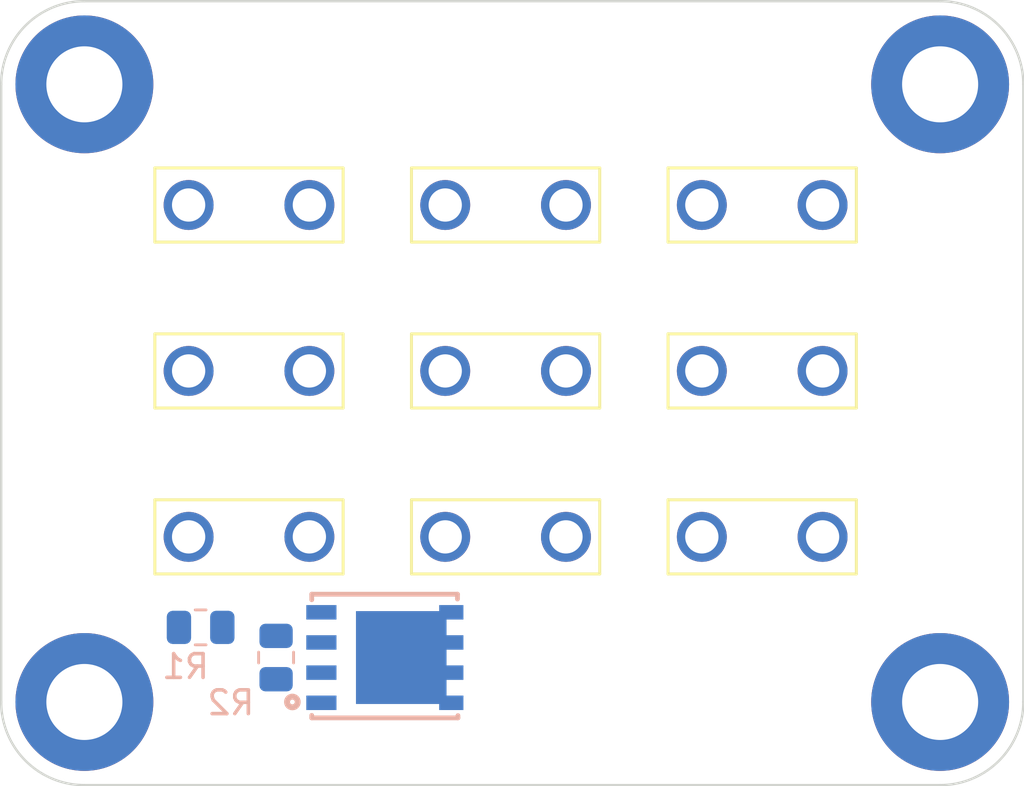
<source format=kicad_pcb>
(kicad_pcb (version 20221018) (generator pcbnew)
  (layers (0 "F.Cu" signal) (31 "B.Cu" signal) (34 "B.Paste" user) (35 "F.Paste" user) (36 "B.SilkS" user "B.Silkscreen") (37 "F.SilkS" user "F.Silkscreen") (38 "B.Mask" user) (39 "F.Mask" user) (44 "Edge.Cuts" user))
  (net 0 "")
  (net 1 "+12V")
  (net 2 "GND")
  (net 3 "GNDS")
  (net 4 "Net-(J9-Pad1)")
  (net 5 "Net-(Q1-Pad4)")
  (footprint "GeneralKicadLibrary:6_35mm_Kabelschuh" (layer "F.Cu") (at 34.925 33.08)
    (fp_text reference "J1" hide)
    (fp_text value "1217861-1" hide)
    (fp_line (start -3.96 -1.56) (end 3.96 -1.56) (stroke (width 0.127)) (layer "F.SilkS"))
    (fp_line (start -3.96 1.56) (end -3.96 -1.56) (stroke (width 0.127)) (layer "F.SilkS"))
    (fp_line (start 3.96 -1.56) (end 3.96 1.56) (stroke (width 0.127)) (layer "F.SilkS"))
    (fp_line (start 3.96 1.56) (end -3.96 1.56) (stroke (width 0.127)) (layer "F.SilkS"))
    (pad "1" thru_hole circle (at -2.54 0) (size 2.1 2.1) (drill 1.4) (layers "*.Cu" "*.Mask") (net 1 "+12V"))
    (pad "2" thru_hole circle (at 2.54 0) (size 2.1 2.1) (drill 1.4) (layers "*.Cu" "*.Mask") (net 1 "+12V"))
  )
  (footprint "GeneralKicadLibrary:6_35mm_Kabelschuh" (layer "F.Cu") (at 45.72 33.08)
    (fp_text reference "J7" hide)
    (fp_text value "1217861-1" hide)
    (fp_line (start -3.96 -1.56) (end 3.96 -1.56) (stroke (width 0.127)) (layer "F.SilkS"))
    (fp_line (start -3.96 1.56) (end -3.96 -1.56) (stroke (width 0.127)) (layer "F.SilkS"))
    (fp_line (start 3.96 -1.56) (end 3.96 1.56) (stroke (width 0.127)) (layer "F.SilkS"))
    (fp_line (start 3.96 1.56) (end -3.96 1.56) (stroke (width 0.127)) (layer "F.SilkS"))
    (pad "1" thru_hole circle (at -2.54 0) (size 2.1 2.1) (drill 1.4) (layers "*.Cu" "*.Mask") (net 2 "GND"))
    (pad "2" thru_hole circle (at 2.54 0) (size 2.1 2.1) (drill 1.4) (layers "*.Cu" "*.Mask") (net 2 "GND"))
  )
  (footprint "GeneralKicadLibrary:6_35mm_Kabelschuh" (layer "F.Cu") (at 56.515 47.05)
    (fp_text reference "J4" hide)
    (fp_text value "1217861-1" hide)
    (fp_line (start -3.96 -1.56) (end 3.96 -1.56) (stroke (width 0.127)) (layer "F.SilkS"))
    (fp_line (start -3.96 1.56) (end -3.96 -1.56) (stroke (width 0.127)) (layer "F.SilkS"))
    (fp_line (start 3.96 -1.56) (end 3.96 1.56) (stroke (width 0.127)) (layer "F.SilkS"))
    (fp_line (start 3.96 1.56) (end -3.96 1.56) (stroke (width 0.127)) (layer "F.SilkS"))
    (pad "1" thru_hole circle (at -2.54 0) (size 2.1 2.1) (drill 1.4) (layers "*.Cu" "*.Mask") (net 1 "+12V"))
    (pad "2" thru_hole circle (at 2.54 0) (size 2.1 2.1) (drill 1.4) (layers "*.Cu" "*.Mask") (net 1 "+12V"))
  )
  (footprint "GeneralKicadLibrary:6_35mm_Kabelschuh" (layer "F.Cu") (at 56.515 33.08)
    (fp_text reference "J3" hide)
    (fp_text value "1217861-1" hide)
    (fp_line (start -3.96 -1.56) (end 3.96 -1.56) (stroke (width 0.127)) (layer "F.SilkS"))
    (fp_line (start -3.96 1.56) (end -3.96 -1.56) (stroke (width 0.127)) (layer "F.SilkS"))
    (fp_line (start 3.96 -1.56) (end 3.96 1.56) (stroke (width 0.127)) (layer "F.SilkS"))
    (fp_line (start 3.96 1.56) (end -3.96 1.56) (stroke (width 0.127)) (layer "F.SilkS"))
    (pad "1" thru_hole circle (at -2.54 0) (size 2.1 2.1) (drill 1.4) (layers "*.Cu" "*.Mask") (net 1 "+12V"))
    (pad "2" thru_hole circle (at 2.54 0) (size 2.1 2.1) (drill 1.4) (layers "*.Cu" "*.Mask") (net 1 "+12V"))
  )
  (footprint "GeneralKicadLibrary:6_35mm_Kabelschuh" (layer "F.Cu") (at 45.72 40.065)
    (fp_text reference "J6" hide)
    (fp_text value "1217861-1" hide)
    (fp_line (start -3.96 -1.56) (end 3.96 -1.56) (stroke (width 0.127)) (layer "F.SilkS"))
    (fp_line (start -3.96 1.56) (end -3.96 -1.56) (stroke (width 0.127)) (layer "F.SilkS"))
    (fp_line (start 3.96 -1.56) (end 3.96 1.56) (stroke (width 0.127)) (layer "F.SilkS"))
    (fp_line (start 3.96 1.56) (end -3.96 1.56) (stroke (width 0.127)) (layer "F.SilkS"))
    (pad "1" thru_hole circle (at -2.54 0) (size 2.1 2.1) (drill 1.4) (layers "*.Cu" "*.Mask") (net 2 "GND"))
    (pad "2" thru_hole circle (at 2.54 0) (size 2.1 2.1) (drill 1.4) (layers "*.Cu" "*.Mask") (net 2 "GND"))
  )
  (footprint "GeneralKicadLibrary:6_35mm_Kabelschuh" (layer "F.Cu") (at 56.515 40.065)
    (fp_text reference "J2" hide)
    (fp_text value "1217861-1" hide)
    (fp_line (start -3.96 -1.56) (end 3.96 -1.56) (stroke (width 0.127)) (layer "F.SilkS"))
    (fp_line (start -3.96 1.56) (end -3.96 -1.56) (stroke (width 0.127)) (layer "F.SilkS"))
    (fp_line (start 3.96 -1.56) (end 3.96 1.56) (stroke (width 0.127)) (layer "F.SilkS"))
    (fp_line (start 3.96 1.56) (end -3.96 1.56) (stroke (width 0.127)) (layer "F.SilkS"))
    (pad "1" thru_hole circle (at -2.54 0) (size 2.1 2.1) (drill 1.4) (layers "*.Cu" "*.Mask") (net 1 "+12V"))
    (pad "2" thru_hole circle (at 2.54 0) (size 2.1 2.1) (drill 1.4) (layers "*.Cu" "*.Mask") (net 1 "+12V"))
  )
  (footprint "GeneralKicadLibrary:6_35mm_Kabelschuh" (layer "F.Cu") (at 34.925 40.065)
    (fp_text reference "J9" hide)
    (fp_text value "1217861-1" hide)
    (fp_line (start -3.96 -1.56) (end 3.96 -1.56) (stroke (width 0.127)) (layer "F.SilkS"))
    (fp_line (start -3.96 1.56) (end -3.96 -1.56) (stroke (width 0.127)) (layer "F.SilkS"))
    (fp_line (start 3.96 -1.56) (end 3.96 1.56) (stroke (width 0.127)) (layer "F.SilkS"))
    (fp_line (start 3.96 1.56) (end -3.96 1.56) (stroke (width 0.127)) (layer "F.SilkS"))
    (pad "1" thru_hole circle (at -2.54 0) (size 2.1 2.1) (drill 1.4) (layers "*.Cu" "*.Mask") (net 4 "Net-(J9-Pad1)"))
    (pad "2" thru_hole circle (at 2.54 0) (size 2.1 2.1) (drill 1.4) (layers "*.Cu" "*.Mask") (net 4 "Net-(J9-Pad1)"))
  )
  (footprint "GeneralKicadLibrary:6_35mm_Kabelschuh" (layer "F.Cu") (at 34.925 47.05)
    (fp_text reference "J8" hide)
    (fp_text value "1217861-1" hide)
    (fp_line (start -3.96 -1.56) (end 3.96 -1.56) (stroke (width 0.127)) (layer "F.SilkS"))
    (fp_line (start -3.96 1.56) (end -3.96 -1.56) (stroke (width 0.127)) (layer "F.SilkS"))
    (fp_line (start 3.96 -1.56) (end 3.96 1.56) (stroke (width 0.127)) (layer "F.SilkS"))
    (fp_line (start 3.96 1.56) (end -3.96 1.56) (stroke (width 0.127)) (layer "F.SilkS"))
    (pad "1" thru_hole circle (at -2.54 0) (size 2.1 2.1) (drill 1.4) (layers "*.Cu" "*.Mask") (net 3 "GNDS"))
    (pad "2" thru_hole circle (at 2.54 0) (size 2.1 2.1) (drill 1.4) (layers "*.Cu" "*.Mask") (net 3 "GNDS"))
  )
  (footprint "GeneralKicadLibrary:6_35mm_Kabelschuh" (layer "F.Cu") (at 45.72 47.05)
    (fp_text reference "J5" hide)
    (fp_text value "1217861-1" hide)
    (fp_line (start -3.96 -1.56) (end 3.96 -1.56) (stroke (width 0.127)) (layer "F.SilkS"))
    (fp_line (start -3.96 1.56) (end -3.96 -1.56) (stroke (width 0.127)) (layer "F.SilkS"))
    (fp_line (start 3.96 -1.56) (end 3.96 1.56) (stroke (width 0.127)) (layer "F.SilkS"))
    (fp_line (start 3.96 1.56) (end -3.96 1.56) (stroke (width 0.127)) (layer "F.SilkS"))
    (pad "1" thru_hole circle (at -2.54 0) (size 2.1 2.1) (drill 1.4) (layers "*.Cu" "*.Mask") (net 2 "GND"))
    (pad "2" thru_hole circle (at 2.54 0) (size 2.1 2.1) (drill 1.4) (layers "*.Cu" "*.Mask") (net 2 "GND"))
  )
  (footprint "Resistor_SMD:R_0805_2012Metric" (layer "B.Cu") (at 36.065 52.13 -90)
    (fp_text reference "R2" (at 1.905 1.905) (layer "B.SilkS") (effects (justify mirror)))
    (fp_text value "100k" hide)
    (fp_line (start -0.227064 -0.735) (end 0.227064 -0.735) (stroke (width 0.12)) (layer "B.SilkS"))
    (fp_line (start -0.227064 0.735) (end 0.227064 0.735) (stroke (width 0.12)) (layer "B.SilkS"))
    (pad "1" smd roundrect (at -0.9125 0 270) (size 1.025 1.4) (layers "B.Cu" "B.Paste" "B.Mask") (roundrect_rratio 0.243902) (net 5 "Net-(Q1-Pad4)"))
    (pad "2" smd roundrect (at 0.9125 0 270) (size 1.025 1.4) (layers "B.Cu" "B.Paste" "B.Mask") (roundrect_rratio 0.243902) (net 3 "GNDS"))
  )
  (footprint "GeneralKicadLibrary:PowerPAK-SO8" (layer "B.Cu") (at 40.64 52.13)
    (fp_text reference "Q1" hide)
    (fp_text value "SIRA80DP" hide)
    (fp_line (start -3.075 -2.667) (end 3.055 -2.667) (stroke (width 0.2)) (layer "B.SilkS"))
    (fp_line (start -3.075 -2.433) (end -3.075 -2.667) (stroke (width 0.2)) (layer "B.SilkS"))
    (fp_line (start -3.075 2.433) (end -3.075 2.54) (stroke (width 0.2)) (layer "B.SilkS"))
    (fp_line (start -3.075 2.54) (end 3.075 2.54) (stroke (width 0.2)) (layer "B.SilkS"))
    (fp_line (start 3.055 -2.667) (end 3.055 -2.463) (stroke (width 0.2)) (layer "B.SilkS"))
    (fp_line (start 3.075 2.54) (end 3.075 2.443) (stroke (width 0.2)) (layer "B.SilkS"))
    (fp_circle (center -3.89 1.87) (end -3.79 1.87) (stroke (width 0.25)) (fill none) (layer "B.SilkS"))
    (pad "1" smd rect (at -2.67 1.905) (size 1.27 0.61) (layers "B.Cu" "B.Paste" "B.Mask") (net 3 "GNDS"))
    (pad "2" smd rect (at -2.67 0.635) (size 1.27 0.61) (layers "B.Cu" "B.Paste" "B.Mask") (net 3 "GNDS"))
    (pad "3" smd rect (at -2.67 -0.635) (size 1.27 0.61) (layers "B.Cu" "B.Paste" "B.Mask") (net 3 "GNDS"))
    (pad "4" smd rect (at -2.67 -1.905) (size 1.27 0.61) (layers "B.Cu" "B.Paste" "B.Mask") (net 5 "Net-(Q1-Pad4)"))
    (pad "5" smd rect (at 2.795 -1.905) (size 1.02 0.61) (layers "B.Cu" "B.Paste" "B.Mask") (net 2 "GND"))
    (pad "6" smd rect (at 2.795 -0.635) (size 1.02 0.61) (layers "B.Cu" "B.Paste" "B.Mask") (net 2 "GND"))
    (pad "7" smd rect (at 2.795 0.635) (size 1.02 0.61) (layers "B.Cu" "B.Paste" "B.Mask") (net 2 "GND"))
    (pad "8" smd rect (at 2.795 1.905) (size 1.02 0.61) (layers "B.Cu" "B.Paste" "B.Mask") (net 2 "GND"))
    (pad "9" smd rect (at 0.69 0) (size 3.81 3.91) (layers "B.Cu" "B.Paste" "B.Mask") (net 2 "GND"))
  )
  (footprint "Resistor_SMD:R_0805_2012Metric" (layer "B.Cu") (at 32.89 50.86)
    (fp_text reference "R1" (at -0.635 1.65) (layer "B.SilkS") (effects (justify mirror)))
    (fp_text value "120R" hide)
    (fp_line (start -0.227064 -0.735) (end 0.227064 -0.735) (stroke (width 0.12)) (layer "B.SilkS"))
    (fp_line (start -0.227064 0.735) (end 0.227064 0.735) (stroke (width 0.12)) (layer "B.SilkS"))
    (pad "1" smd roundrect (at -0.9125 0) (size 1.025 1.4) (layers "B.Cu" "B.Paste" "B.Mask") (roundrect_rratio 0.243902) (net 4 "Net-(J9-Pad1)"))
    (pad "2" smd roundrect (at 0.9125 0) (size 1.025 1.4) (layers "B.Cu" "B.Paste" "B.Mask") (roundrect_rratio 0.243902) (net 5 "Net-(Q1-Pad4)"))
  )
  (gr_arc (start 67.5 54) (mid 66.474874 56.474874) (end 64 57.5) (stroke (width 0.1)) (layer "Edge.Cuts"))
  (gr_line (start 64 24.5) (end 28 24.5) (stroke (width 0.1)) (layer "Edge.Cuts"))
  (gr_arc (start 64 24.5) (mid 66.474874 25.525126) (end 67.5 28) (stroke (width 0.1)) (layer "Edge.Cuts"))
  (gr_arc (start 24.5 28) (mid 25.525126 25.525126) (end 28 24.5) (stroke (width 0.1)) (layer "Edge.Cuts"))
  (gr_line (start 67.5 28) (end 67.5 54) (stroke (width 0.1)) (layer "Edge.Cuts"))
  (gr_arc (start 28 57.5) (mid 25.525126 56.474874) (end 24.5 54) (stroke (width 0.1)) (layer "Edge.Cuts"))
  (gr_line (start 24.5 54) (end 24.5 28) (stroke (width 0.1)) (layer "Edge.Cuts"))
  (gr_line (start 64 57.5) (end 28 57.5) (stroke (width 0.1)) (layer "Edge.Cuts"))
  (via (at 64 28) (size 5.8) (drill 3.2) (layers "F.Cu" "B.Cu") (net 0))
  (via (at 64 54) (size 5.8) (drill 3.2) (layers "F.Cu" "B.Cu") (net 0))
  (via (at 28 54) (size 5.8) (drill 3.2) (layers "F.Cu" "B.Cu") (net 0))
  (via (at 28 28) (size 5.8) (drill 3.2) (layers "F.Cu" "B.Cu") (net 0))
)
</source>
